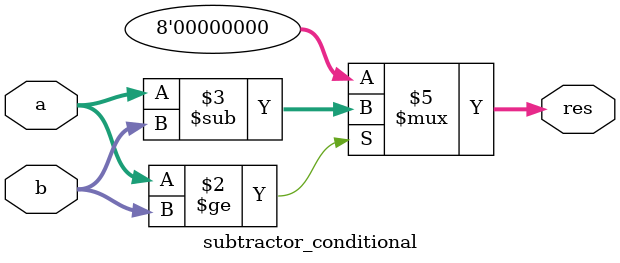
<source format=sv>
module subtractor_conditional (
    input wire [7:0] a,   // 被减数
    input wire [7:0] b,   // 减数
    output reg [7:0] res  // 差
);

always @(*) begin
    if (a >= b) begin
        res = a - b;  // 正常减法
    end else begin
        res = 0;      // 可自定义处理方式
    end
end

endmodule
</source>
